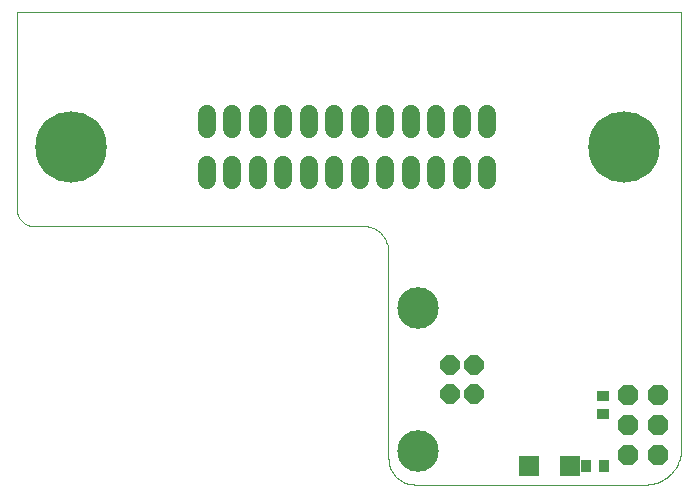
<source format=gts>
G75*
%MOIN*%
%OFA0B0*%
%FSLAX24Y24*%
%IPPOS*%
%LPD*%
%AMOC8*
5,1,8,0,0,1.08239X$1,22.5*
%
%ADD10C,0.0039*%
%ADD11C,0.0600*%
%ADD12C,0.2380*%
%ADD13OC8,0.0680*%
%ADD14R,0.0434X0.0356*%
%ADD15OC8,0.0654*%
%ADD16C,0.1386*%
%ADD17R,0.0671X0.0671*%
%ADD18R,0.0356X0.0434*%
D10*
X000639Y008800D02*
X011639Y008800D01*
X011696Y008798D01*
X011753Y008793D01*
X011810Y008783D01*
X011865Y008770D01*
X011920Y008754D01*
X011974Y008733D01*
X012026Y008710D01*
X012077Y008683D01*
X012125Y008653D01*
X012172Y008619D01*
X012216Y008583D01*
X012258Y008544D01*
X012297Y008502D01*
X012333Y008458D01*
X012367Y008411D01*
X012397Y008363D01*
X012424Y008312D01*
X012447Y008260D01*
X012468Y008206D01*
X012484Y008151D01*
X012497Y008096D01*
X012507Y008039D01*
X012512Y007982D01*
X012514Y007925D01*
X012514Y001050D01*
X012516Y000993D01*
X012521Y000936D01*
X012531Y000879D01*
X012544Y000824D01*
X012560Y000769D01*
X012581Y000715D01*
X012604Y000663D01*
X012631Y000613D01*
X012661Y000564D01*
X012695Y000517D01*
X012731Y000473D01*
X012770Y000431D01*
X012812Y000392D01*
X012856Y000356D01*
X012903Y000322D01*
X012952Y000292D01*
X013002Y000265D01*
X013054Y000242D01*
X013108Y000221D01*
X013163Y000205D01*
X013218Y000192D01*
X013275Y000182D01*
X013332Y000177D01*
X013389Y000175D01*
X021014Y000175D01*
X022264Y001300D02*
X022264Y015925D01*
X000139Y015925D01*
X000139Y009300D01*
X000141Y009256D01*
X000147Y009213D01*
X000156Y009171D01*
X000169Y009129D01*
X000186Y009089D01*
X000206Y009050D01*
X000229Y009013D01*
X000256Y008979D01*
X000285Y008946D01*
X000318Y008917D01*
X000352Y008890D01*
X000389Y008867D01*
X000428Y008847D01*
X000468Y008830D01*
X000510Y008817D01*
X000552Y008808D01*
X000595Y008802D01*
X000639Y008800D01*
X021015Y000176D02*
X021081Y000174D01*
X021148Y000176D01*
X021214Y000182D01*
X021280Y000192D01*
X021346Y000205D01*
X021410Y000222D01*
X021474Y000242D01*
X021536Y000266D01*
X021597Y000294D01*
X021656Y000324D01*
X021713Y000358D01*
X021768Y000396D01*
X021822Y000436D01*
X021872Y000479D01*
X021921Y000525D01*
X021966Y000574D01*
X022009Y000625D01*
X022049Y000678D01*
X022086Y000734D01*
X022120Y000792D01*
X022150Y000851D01*
X022177Y000912D01*
X022201Y000974D01*
X022221Y001038D01*
X022237Y001103D01*
X022250Y001168D01*
X022259Y001234D01*
X022264Y001301D01*
D11*
X015814Y010315D02*
X015814Y010835D01*
X014964Y010835D02*
X014964Y010315D01*
X014114Y010315D02*
X014114Y010835D01*
X013264Y010835D02*
X013264Y010315D01*
X012414Y010315D02*
X012414Y010835D01*
X011564Y010835D02*
X011564Y010315D01*
X010714Y010315D02*
X010714Y010835D01*
X009864Y010835D02*
X009864Y010315D01*
X009014Y010315D02*
X009014Y010835D01*
X008164Y010835D02*
X008164Y010315D01*
X007314Y010315D02*
X007314Y010835D01*
X006464Y010835D02*
X006464Y010315D01*
X006464Y012015D02*
X006464Y012535D01*
X007314Y012535D02*
X007314Y012015D01*
X008164Y012015D02*
X008164Y012535D01*
X009014Y012535D02*
X009014Y012015D01*
X009864Y012015D02*
X009864Y012535D01*
X010714Y012535D02*
X010714Y012015D01*
X011564Y012015D02*
X011564Y012535D01*
X012414Y012535D02*
X012414Y012015D01*
X013264Y012015D02*
X013264Y012535D01*
X014114Y012535D02*
X014114Y012015D01*
X014964Y012015D02*
X014964Y012535D01*
X015814Y012535D02*
X015814Y012015D01*
D12*
X020349Y011425D03*
X001929Y011425D03*
D13*
X020514Y003175D03*
X020514Y002175D03*
X020514Y001175D03*
X021514Y001175D03*
X021514Y002175D03*
X021514Y003175D03*
D14*
X019656Y003142D03*
X019656Y002542D03*
D15*
X015369Y003183D03*
X014581Y003183D03*
X014581Y004167D03*
X015369Y004167D03*
D16*
X013514Y006045D03*
X013514Y001305D03*
D17*
X017200Y000800D03*
X018578Y000800D03*
D18*
X019089Y000800D03*
X019689Y000800D03*
M02*

</source>
